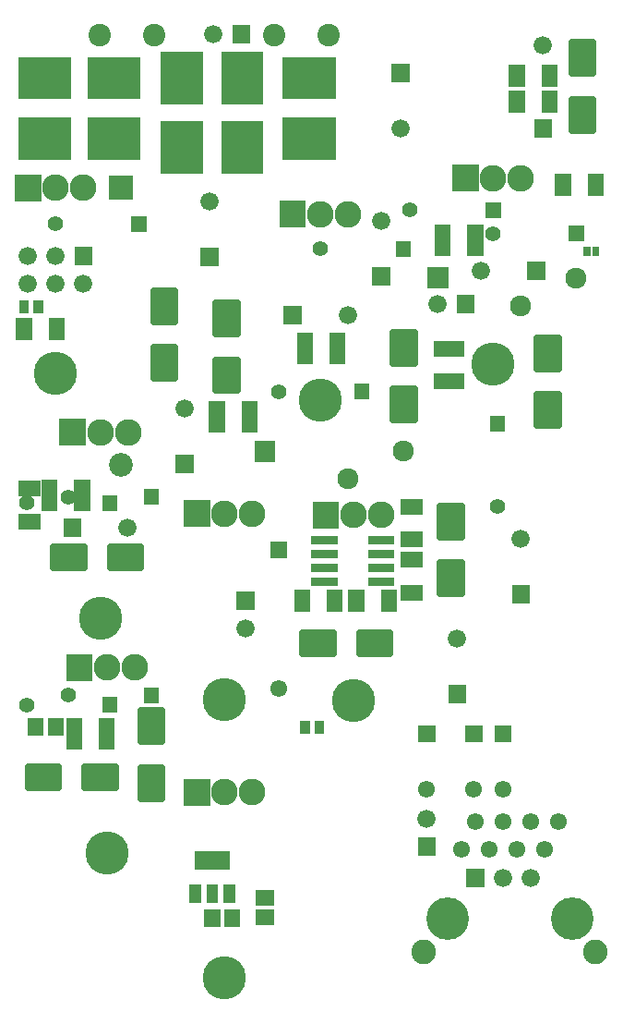
<source format=gbr>
G04 start of page 6 for group -4063 idx -4063 *
G04 Title: (unknown), componentmask *
G04 Creator: pcb 1.99z *
G04 CreationDate: Thu 18 Dec 2014 06:06:48 AM GMT UTC *
G04 For: commonadmin *
G04 Format: Gerber/RS-274X *
G04 PCB-Dimensions (mil): 2350.00 3800.00 *
G04 PCB-Coordinate-Origin: lower left *
%MOIN*%
%FSLAX25Y25*%
%LNTOPMASK*%
%ADD101R,0.0670X0.0670*%
%ADD100R,0.0430X0.0430*%
%ADD99R,0.0300X0.0300*%
%ADD98R,0.0355X0.0355*%
%ADD97R,0.0257X0.0257*%
%ADD96R,0.0572X0.0572*%
%ADD95C,0.0247*%
%ADD94R,0.0818X0.0818*%
%ADD93R,0.1510X0.1510*%
%ADD92C,0.0887*%
%ADD91C,0.1536*%
%ADD90C,0.0611*%
%ADD89C,0.0610*%
%ADD88C,0.0860*%
%ADD87C,0.0810*%
%ADD86C,0.0759*%
%ADD85C,0.1560*%
%ADD84C,0.0660*%
%ADD83C,0.0560*%
%ADD82C,0.0960*%
%ADD81C,0.0001*%
G54D81*G36*
X183200Y221300D02*Y215700D01*
X188800D01*
Y221300D01*
X183200D01*
G37*
G54D82*X122000Y294000D03*
G54D83*Y281500D03*
G54D82*X132000Y294000D03*
G54D81*G36*
X149200Y284300D02*Y278700D01*
X154800D01*
Y284300D01*
X149200D01*
G37*
G54D84*X144000Y291500D03*
G54D83*X154500Y295500D03*
G54D85*X122000Y227000D03*
G54D81*G36*
X134200Y232800D02*Y227200D01*
X139800D01*
Y232800D01*
X134200D01*
G37*
G54D83*X107000Y230000D03*
G54D81*G36*
X108700Y260800D02*Y254200D01*
X115300D01*
Y260800D01*
X108700D01*
G37*
G54D84*X132000Y257500D03*
G54D81*G36*
X140700Y274800D02*Y268200D01*
X147300D01*
Y274800D01*
X140700D01*
G37*
G36*
X160703Y274797D02*Y267203D01*
X168297D01*
Y274797D01*
X160703D01*
G37*
G36*
X171200Y264800D02*Y258200D01*
X177800D01*
Y264800D01*
X171200D01*
G37*
G54D84*X164500Y261500D03*
X180000Y273500D03*
G54D81*G36*
X181700Y298300D02*Y292700D01*
X187300D01*
Y298300D01*
X181700D01*
G37*
G54D83*X184500Y287000D03*
X186000Y188500D03*
G54D81*G36*
X169700Y311800D02*Y302200D01*
X179300D01*
Y311800D01*
X169700D01*
G37*
G54D82*X184500Y307000D03*
X194500D03*
G54D85*X184500Y240000D03*
G54D81*G36*
X211700Y289800D02*Y284200D01*
X217300D01*
Y289800D01*
X211700D01*
G37*
G54D86*X214500Y271000D03*
X194500Y261000D03*
G54D81*G36*
X196700Y276800D02*Y270200D01*
X203300D01*
Y276800D01*
X196700D01*
G37*
G36*
X191200Y160300D02*Y153700D01*
X197800D01*
Y160300D01*
X191200D01*
G37*
G54D84*X194500Y177000D03*
G54D87*X124992Y358500D03*
G54D81*G36*
X147700Y348300D02*Y341700D01*
X154300D01*
Y348300D01*
X147700D01*
G37*
G54D84*X151000Y325000D03*
G54D81*G36*
X199200Y328300D02*Y321700D01*
X205800D01*
Y328300D01*
X199200D01*
G37*
G54D84*X202500Y355000D03*
G54D87*X105307Y358500D03*
G54D81*G36*
X90200Y362300D02*Y355700D01*
X96800D01*
Y362300D01*
X90200D01*
G37*
G54D84*X83500Y359000D03*
G54D87*X62000Y358500D03*
X42315D03*
G54D81*G36*
X11700Y308300D02*Y298700D01*
X21300D01*
Y308300D01*
X11700D01*
G37*
G54D82*X26500Y303500D03*
X36500D03*
G54D81*G36*
X45700Y307800D02*Y299200D01*
X54300D01*
Y307800D01*
X45700D01*
G37*
G36*
X53700Y293300D02*Y287700D01*
X59300D01*
Y293300D01*
X53700D01*
G37*
G54D83*X26500Y290500D03*
G54D81*G36*
X33200Y282300D02*Y275700D01*
X39800D01*
Y282300D01*
X33200D01*
G37*
G54D84*X26500Y279000D03*
X16500D03*
Y269000D03*
X26500D03*
X36500D03*
G54D81*G36*
X78700Y281800D02*Y275200D01*
X85300D01*
Y281800D01*
X78700D01*
G37*
G54D84*X82000Y298500D03*
G54D81*G36*
X107200Y298800D02*Y289200D01*
X116800D01*
Y298800D01*
X107200D01*
G37*
G54D85*X26500Y236500D03*
G54D81*G36*
X27728Y220139D02*Y210539D01*
X37328D01*
Y220139D01*
X27728D01*
G37*
G54D82*X42528Y215339D03*
G54D81*G36*
X72700Y190800D02*Y181200D01*
X82300D01*
Y190800D01*
X72700D01*
G37*
G54D84*X52500Y181000D03*
G54D81*G36*
X58200Y194800D02*Y189200D01*
X63800D01*
Y194800D01*
X58200D01*
G37*
G54D88*X50000Y203500D03*
G54D81*G36*
X98203Y212297D02*Y204703D01*
X105797D01*
Y212297D01*
X98203D01*
G37*
G36*
X69700Y207300D02*Y200700D01*
X76300D01*
Y207300D01*
X69700D01*
G37*
G54D84*X73000Y224000D03*
G54D82*X52528Y215339D03*
G54D81*G36*
X29200Y184300D02*Y177700D01*
X35800D01*
Y184300D01*
X29200D01*
G37*
G54D83*X31000Y192000D03*
G54D81*G36*
X43228Y192639D02*Y187039D01*
X48828D01*
Y192639D01*
X43228D01*
G37*
G54D83*X16028Y189839D03*
G54D86*X152000Y208500D03*
X132000Y198500D03*
G54D81*G36*
X103950Y176050D02*Y169950D01*
X110050D01*
Y176050D01*
X103950D01*
G37*
G36*
X119200Y190300D02*Y180700D01*
X128800D01*
Y190300D01*
X119200D01*
G37*
G54D82*X134000Y185500D03*
X144000D03*
X87500Y186000D03*
X97500D03*
G54D81*G36*
X72700Y90300D02*Y80700D01*
X82300D01*
Y90300D01*
X72700D01*
G37*
G54D82*X87500Y85500D03*
X97500D03*
G54D85*X87500Y18500D03*
X134000Y118500D03*
X45000Y63500D03*
G54D81*G36*
X43200Y119800D02*Y114200D01*
X48800D01*
Y119800D01*
X43200D01*
G37*
G54D89*X107000Y123000D03*
G54D81*G36*
X91700Y157800D02*Y151200D01*
X98300D01*
Y157800D01*
X91700D01*
G37*
G54D84*X95000Y144500D03*
G54D85*X42528Y148339D03*
X87500Y119000D03*
G54D81*G36*
X58200Y123300D02*Y117700D01*
X63800D01*
Y123300D01*
X58200D01*
G37*
G54D83*X31000Y120500D03*
G54D81*G36*
X30200Y135300D02*Y125700D01*
X39800D01*
Y135300D01*
X30200D01*
G37*
G54D82*X45000Y130500D03*
X55000D03*
G54D83*X16000Y117000D03*
G54D81*G36*
X168200Y124300D02*Y117700D01*
X174800D01*
Y124300D01*
X168200D01*
G37*
G54D84*X171500Y141000D03*
G54D81*G36*
X174450Y109550D02*Y103450D01*
X180550D01*
Y109550D01*
X174450D01*
G37*
G54D89*X177500Y86500D03*
G54D81*G36*
X157450Y109550D02*Y103450D01*
X163550D01*
Y109550D01*
X157450D01*
G37*
G54D89*X160500Y86500D03*
G54D81*G36*
X184950Y109550D02*Y103450D01*
X191050D01*
Y109550D01*
X184950D01*
G37*
G54D89*X188000Y86500D03*
G54D81*G36*
X157200Y69300D02*Y62700D01*
X163800D01*
Y69300D01*
X157200D01*
G37*
G54D90*X173000Y65000D03*
X183000D03*
X193000D03*
X203000D03*
G54D84*X160500Y76000D03*
G54D91*X168000Y40000D03*
G54D92*X159457Y27992D03*
G54D90*X178000Y75000D03*
X188000D03*
G54D91*X213000Y40000D03*
G54D92*X221465Y27992D03*
G54D90*X198000Y75000D03*
X208000D03*
G54D81*G36*
X174700Y57800D02*Y51200D01*
X181300D01*
Y57800D01*
X174700D01*
G37*
G54D84*X188000Y54500D03*
X198000D03*
G54D93*X20500Y343000D02*X24500D01*
X20500Y321200D02*X24500D01*
X45500Y343000D02*X49500D01*
X45500Y321200D02*X49500D01*
X93800Y345000D02*Y341000D01*
X72000Y345000D02*Y341000D01*
Y320000D02*Y316000D01*
X116000Y343000D02*X120000D01*
X93800Y320000D02*Y316000D01*
X116000Y321200D02*X120000D01*
G54D94*X65500Y262772D02*Y259228D01*
G54D95*X61661Y266610D02*X69339D01*
X61661Y255390D02*X69339D01*
Y266610D02*Y255390D01*
X61661Y266610D02*Y255390D01*
G54D94*X65500Y242299D02*Y238756D01*
G54D95*X61661Y234917D02*X69339D01*
Y246138D02*Y234917D01*
X61661Y246138D02*Y234917D01*
Y246138D02*X69339D01*
G54D96*X116500Y248255D02*Y242745D01*
X128310Y248255D02*Y242745D01*
G54D95*X84161Y241638D02*X91839D01*
G54D94*X88000Y258272D02*Y254728D01*
G54D95*X84161Y262110D02*X91839D01*
Y250890D01*
X84161Y262110D02*Y250890D01*
X91839D01*
G54D96*X209690Y305681D02*Y303319D01*
X221500Y305681D02*Y303319D01*
G54D97*X221500Y280893D02*Y280107D01*
X218352Y280893D02*Y280107D01*
G54D96*X193000Y335681D02*Y333319D01*
X204810Y335681D02*Y333319D01*
X193000Y345181D02*Y342819D01*
X204810Y345181D02*Y342819D01*
G54D94*X216500Y331772D02*Y328228D01*
G54D95*X212661Y324390D02*X220339D01*
X212661Y335610D02*X220339D01*
X212661D02*Y324390D01*
X220339Y335610D02*Y324390D01*
G54D94*X216500Y352244D02*Y348701D01*
G54D95*X212661Y356083D02*Y344862D01*
X220339Y356083D02*Y344862D01*
X212661D02*X220339D01*
X212661Y356083D02*X220339D01*
G54D94*X152000Y227299D02*Y223756D01*
Y247772D02*Y244228D01*
G54D95*X148161Y240390D02*X155839D01*
X148161Y251610D02*X155839D01*
X148161D02*Y240390D01*
X155839Y251610D02*Y240390D01*
X148161Y219917D02*X155839D01*
G54D94*X204000Y225299D02*Y221756D01*
G54D95*X200161Y229138D02*X207839D01*
X200161Y217917D02*X207839D01*
Y229138D02*Y217917D01*
X200161Y229138D02*Y217917D01*
X148161Y231138D02*X155839D01*
G54D96*X165745Y233690D02*X171255D01*
X165745Y245500D02*X171255D01*
G54D95*X148161Y231138D02*Y219917D01*
X155839Y231138D02*Y219917D01*
G54D96*X166190Y287255D02*Y281745D01*
X178000Y287255D02*Y281745D01*
G54D94*X204000Y245772D02*Y242228D01*
G54D95*X200161Y249610D02*X207839D01*
X200161Y238390D02*X207839D01*
Y249610D02*Y238390D01*
X200161Y249610D02*Y238390D01*
G54D96*X135000Y155681D02*Y153319D01*
X115500Y155681D02*Y153319D01*
X127310Y155681D02*Y153319D01*
G54D94*X119228Y139500D02*X122772D01*
G54D95*X115390Y143339D02*X126610D01*
Y135661D01*
X115390Y143339D02*Y135661D01*
G54D98*X116500Y109492D02*Y108508D01*
X121618Y109492D02*Y108508D01*
G54D95*X115390Y135661D02*X126610D01*
G54D99*X120250Y176500D02*X126750D01*
X120250Y171500D02*X126750D01*
X120250Y166500D02*X126750D01*
X120250Y161500D02*X126750D01*
G54D94*X139701Y139500D02*X143244D01*
G54D95*X147083Y143339D02*Y135661D01*
X135862Y143339D02*Y135661D01*
X147083D01*
X135862Y143339D02*X147083D01*
G54D96*X146810Y155681D02*Y153319D01*
G54D99*X140750Y161500D02*X147250D01*
X140750Y166500D02*X147250D01*
X140750Y171500D02*X147250D01*
G54D96*X153819Y169310D02*X156181D01*
G54D99*X140750Y176500D02*X147250D01*
G54D96*X153819Y176690D02*X156181D01*
G54D94*X169000Y185054D02*Y181511D01*
G54D95*X165161Y188893D02*X172839D01*
X165161Y177672D02*X172839D01*
Y188893D02*Y177672D01*
X165161Y188893D02*Y177672D01*
G54D96*X153819Y188500D02*X156181D01*
G54D94*X169000Y164581D02*Y161038D01*
G54D95*X165161Y168420D02*X172839D01*
Y157200D01*
X165161Y168420D02*Y157200D01*
X172839D01*
G54D96*X153819Y157500D02*X156181D01*
X26810Y253681D02*Y251319D01*
X15000Y253681D02*Y251319D01*
G54D98*X20118Y260992D02*Y260008D01*
X15000Y260992D02*Y260008D01*
G54D94*X88000Y237799D02*Y234256D01*
G54D95*X84161Y230417D02*X91839D01*
Y241638D02*Y230417D01*
X84161Y241638D02*Y230417D01*
G54D96*X84690Y223755D02*Y218245D01*
X96500Y223755D02*Y218245D01*
X24190Y195255D02*Y189745D01*
X36000Y195255D02*Y189745D01*
X15819Y183190D02*X18181D01*
X15819Y195000D02*X18181D01*
G54D94*X29228Y170500D02*X32772D01*
G54D95*X25390Y174339D02*Y166661D01*
X36610Y174339D02*Y166661D01*
X25390Y174339D02*X36610D01*
X25390Y166661D02*X36610D01*
G54D94*X49701Y170500D02*X53244D01*
G54D95*X45862Y174339D02*Y166661D01*
X57083Y174339D02*Y166661D01*
X45862Y174339D02*X57083D01*
X45862Y166661D02*X57083D01*
G54D96*X19304Y109393D02*Y108607D01*
X26390Y109393D02*Y108607D01*
X33080Y109255D02*Y103745D01*
G54D94*X20118Y91000D02*X23661D01*
G54D95*X16280Y94839D02*Y87161D01*
X27500Y94839D02*Y87161D01*
X16280Y94839D02*X27500D01*
X16280Y87161D02*X27500D01*
G54D96*X44890Y109255D02*Y103745D01*
G54D94*X60890Y111244D02*Y107701D01*
G54D95*X57051Y115083D02*X64728D01*
X57051Y103862D02*X64728D01*
Y115083D02*Y103862D01*
X57051Y115083D02*Y103862D01*
G54D94*X40591Y91000D02*X44134D01*
G54D95*X36752Y94839D02*Y87161D01*
X47972Y94839D02*Y87161D01*
X36752Y94839D02*X47972D01*
X36752Y87161D02*X47972D01*
G54D94*X60890Y90772D02*Y87228D01*
G54D95*X57051Y94610D02*X64728D01*
X57051Y83390D02*X64728D01*
Y94610D02*Y83390D01*
X57051Y94610D02*Y83390D01*
G54D100*X76900Y50000D02*Y47600D01*
X83000Y50000D02*Y47600D01*
X89100Y50000D02*Y47600D01*
G54D101*X80000Y61000D02*X86000D01*
G54D96*X90086Y40393D02*Y39607D01*
X83000Y40393D02*Y39607D01*
X101607Y40414D02*X102393D01*
X101607Y47500D02*X102393D01*
M02*

</source>
